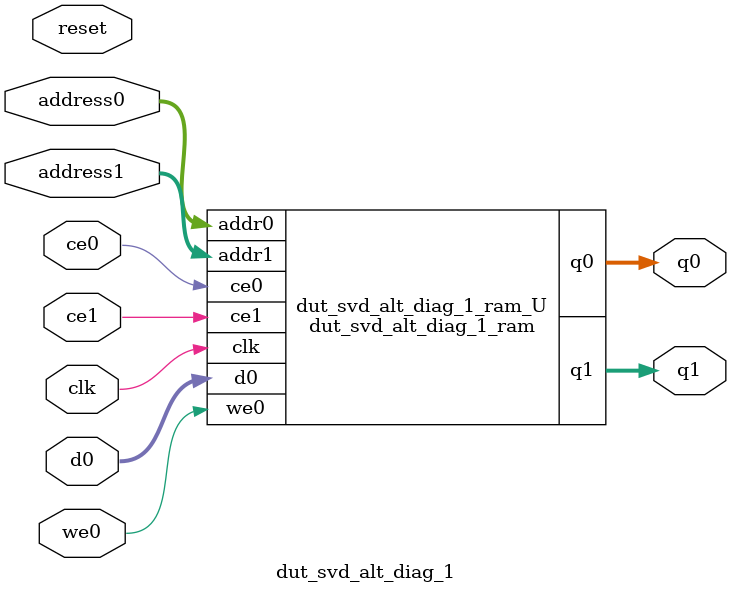
<source format=v>

`timescale 1 ns / 1 ps
module dut_svd_alt_diag_1_ram (addr0, ce0, d0, we0, q0, addr1, ce1, q1,  clk);

parameter DWIDTH = 32;
parameter AWIDTH = 3;
parameter MEM_SIZE = 8;

input[AWIDTH-1:0] addr0;
input ce0;
input[DWIDTH-1:0] d0;
input we0;
output reg[DWIDTH-1:0] q0;
input[AWIDTH-1:0] addr1;
input ce1;
output reg[DWIDTH-1:0] q1;
input clk;

(* ram_style = "distributed" *)reg [DWIDTH-1:0] ram[MEM_SIZE-1:0];




always @(posedge clk)  
begin 
    if (ce0) 
    begin
        if (we0) 
        begin 
            ram[addr0] <= d0; 
            q0 <= d0;
        end 
        else 
            q0 <= ram[addr0];
    end
end


always @(posedge clk)  
begin 
    if (ce1) 
    begin
            q1 <= ram[addr1];
    end
end


endmodule


`timescale 1 ns / 1 ps
module dut_svd_alt_diag_1(
    reset,
    clk,
    address0,
    ce0,
    we0,
    d0,
    q0,
    address1,
    ce1,
    q1);

parameter DataWidth = 32'd32;
parameter AddressRange = 32'd8;
parameter AddressWidth = 32'd3;
input reset;
input clk;
input[AddressWidth - 1:0] address0;
input ce0;
input we0;
input[DataWidth - 1:0] d0;
output[DataWidth - 1:0] q0;
input[AddressWidth - 1:0] address1;
input ce1;
output[DataWidth - 1:0] q1;



dut_svd_alt_diag_1_ram dut_svd_alt_diag_1_ram_U(
    .clk( clk ),
    .addr0( address0 ),
    .ce0( ce0 ),
    .d0( d0 ),
    .we0( we0 ),
    .q0( q0 ),
    .addr1( address1 ),
    .ce1( ce1 ),
    .q1( q1 ));

endmodule


</source>
